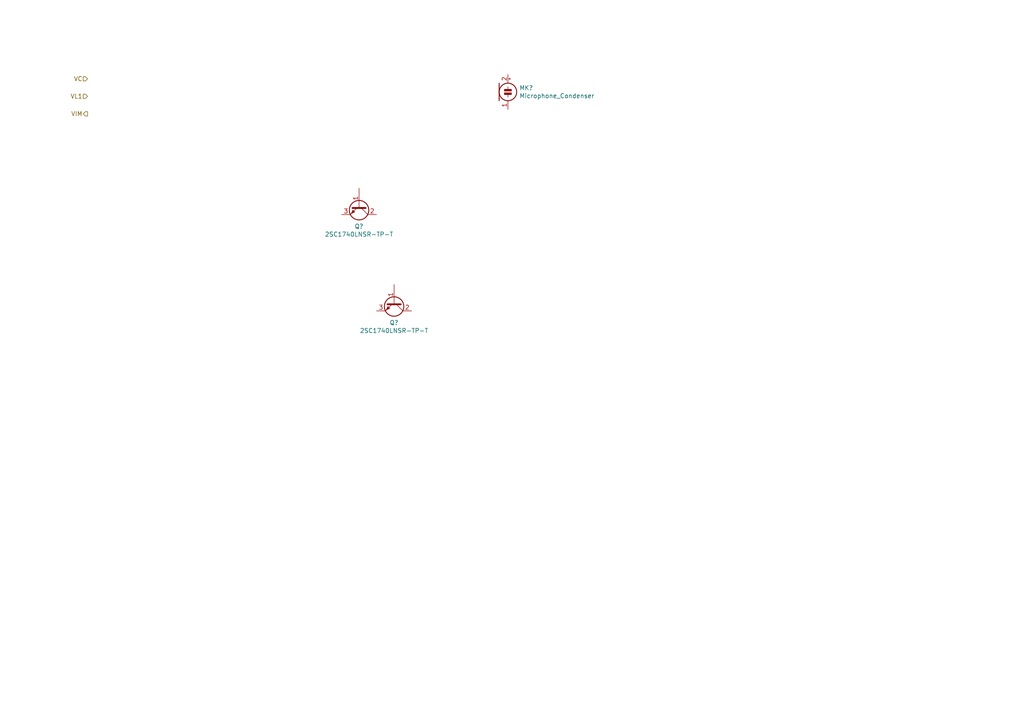
<source format=kicad_sch>
(kicad_sch (version 20201015) (generator eeschema)
  (paper "A4")
  (lib_symbols
    (symbol "Device:Microphone_Condenser" (pin_names (offset 0.0254) hide)
      (property "Reference" "MK" (at -3.302 1.27 0))
      (property "Value" "Microphone_Condenser" (at -3.302 -0.635 0))
      (symbol "Microphone_Condenser_0_1"
        (circle (center 0 0) (radius 2.54) (stroke (width 0.254)))
        (rectangle (start 1.016 -0.254) (end -1.016 -0.762) (fill (type outline)))
        (rectangle (start 1.016 0.762) (end -1.016 0.254) (fill (type outline)))
        (polyline (pts (xy -2.54 2.54) (xy -2.54 -2.54)) (stroke (width 0.254)))
        (polyline (pts (xy 0 -0.762) (xy 0 -1.524)))
        (polyline (pts (xy 0 0.762) (xy 0 1.524)))
        (polyline (pts (xy 0.254 3.81) (xy 0.762 3.81)))
        (polyline (pts (xy 0.508 4.064) (xy 0.508 3.556)))
      )
      (symbol "Microphone_Condenser_1_1"
        (pin passive line (at 0 -5.08 90) (length 2.54) (name "-") (number "1"))
        (pin passive line (at 0 5.08 270) (length 2.54) (name "+") (number "2"))
      )
    )
    (symbol "Device:Q_NPN_BCE" (pin_names (offset 0) hide)
      (property "Reference" "Q" (at 5.08 1.27 0))
      (property "Value" "Q_NPN_BCE" (at 5.08 -1.27 0))
      (symbol "Q_NPN_BCE_0_1"
        (circle (center 1.27 0) (radius 2.8194) (stroke (width 0.254)))
        (polyline (pts (xy 0.635 0.635) (xy 2.54 2.54)))
        (polyline (pts (xy 0.635 -0.635) (xy 2.54 -2.54) (xy 2.54 -2.54)))
        (polyline (pts (xy 0.635 1.905) (xy 0.635 -1.905) (xy 0.635 -1.905)) (stroke (width 0.508)))
        (polyline (pts (xy 1.27 -1.778) (xy 1.778 -1.27) (xy 2.286 -2.286) (xy 1.27 -1.778) (xy 1.27 -1.778)) (fill (type outline)))
      )
      (symbol "Q_NPN_BCE_1_1"
        (pin input line (at -5.08 0 0) (length 5.715) (name "B") (number "1"))
        (pin passive line (at 2.54 5.08 270) (length 2.54) (name "C") (number "2"))
        (pin passive line (at 2.54 -5.08 90) (length 2.54) (name "E") (number "3"))
      )
    )
  )
  (hierarchical_label "VC" (shape input) (at 25.4 22.86 180))
  (hierarchical_label "VL1" (shape input) (at 25.4 27.94 180))
  (hierarchical_label "VIM" (shape output) (at 25.4 33.02 180))
  (symbol (lib_id "Device:Microphone_Condenser") (at 147.32 26.67 0) (unit 1)
    (property "Reference" "MK?" (at 150.622 25.5016 0) (effects (justify left)))
    (property "Value" "Microphone_Condenser" (at 150.622 27.813 0) (effects (justify left)))
  )
  (symbol (lib_id "Device:Q_NPN_BCE") (at 104.14 59.69 270) (unit 1)
    (property "Reference" "Q?" (at 104.14 65.659 90))
    (property "Value" "2SC1740LNSR-TP-T" (at 104.14 67.9704 90))
  )
  (symbol (lib_id "Device:Q_NPN_BCE") (at 114.3 87.63 270) (unit 1)
    (property "Reference" "Q?" (at 114.3 93.599 90))
    (property "Value" "2SC1740LNSR-TP-T" (at 114.3 95.9104 90))
  )
)
</source>
